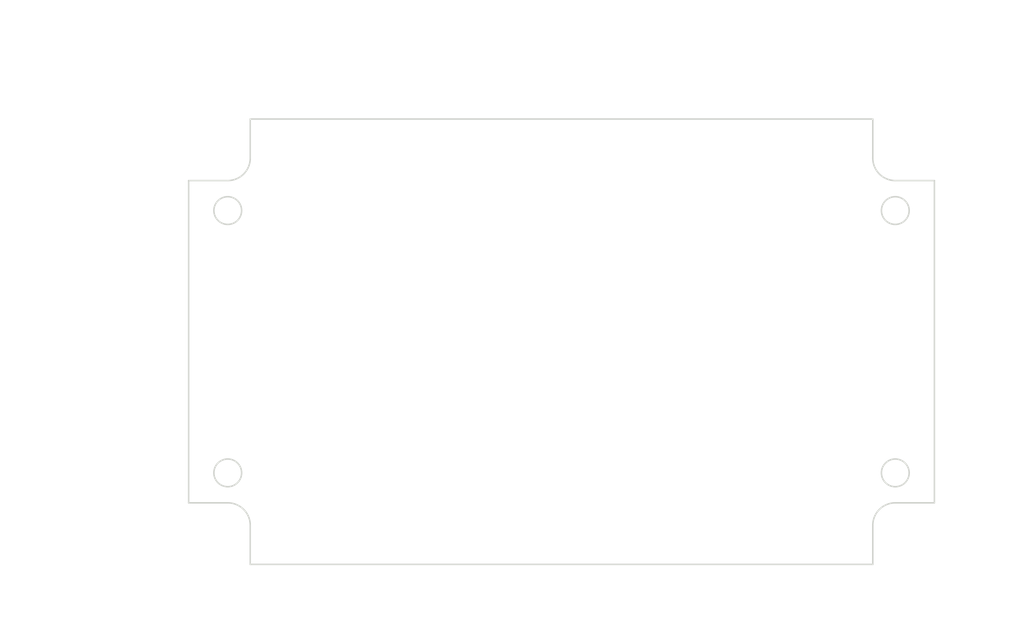
<source format=kicad_pcb>
(kicad_pcb (version 20171130) (host pcbnew "(5.1.0)-1")

  (general
    (thickness 1.6)
    (drawings 65)
    (tracks 0)
    (zones 0)
    (modules 0)
    (nets 1)
  )

  (page A4)
  (layers
    (0 F.Cu signal)
    (31 B.Cu signal)
    (32 B.Adhes user)
    (33 F.Adhes user)
    (34 B.Paste user)
    (35 F.Paste user)
    (36 B.SilkS user)
    (37 F.SilkS user)
    (38 B.Mask user)
    (39 F.Mask user)
    (40 Dwgs.User user)
    (41 Cmts.User user)
    (42 Eco1.User user)
    (43 Eco2.User user)
    (44 Edge.Cuts user)
    (45 Margin user)
    (46 B.CrtYd user)
    (47 F.CrtYd user)
    (48 B.Fab user)
    (49 F.Fab user)
  )

  (setup
    (last_trace_width 0.25)
    (trace_clearance 0.2)
    (zone_clearance 0.508)
    (zone_45_only no)
    (trace_min 0.2)
    (via_size 0.8)
    (via_drill 0.4)
    (via_min_size 0.4)
    (via_min_drill 0.3)
    (uvia_size 0.3)
    (uvia_drill 0.1)
    (uvias_allowed no)
    (uvia_min_size 0.2)
    (uvia_min_drill 0.1)
    (edge_width 0.05)
    (segment_width 0.2)
    (pcb_text_width 0.3)
    (pcb_text_size 1.5 1.5)
    (mod_edge_width 0.12)
    (mod_text_size 1 1)
    (mod_text_width 0.15)
    (pad_size 1.524 1.524)
    (pad_drill 0.762)
    (pad_to_mask_clearance 0.051)
    (solder_mask_min_width 0.25)
    (aux_axis_origin 0 0)
    (visible_elements FFFFFF7F)
    (pcbplotparams
      (layerselection 0x010fc_ffffffff)
      (usegerberextensions false)
      (usegerberattributes false)
      (usegerberadvancedattributes false)
      (creategerberjobfile false)
      (excludeedgelayer true)
      (linewidth 0.152400)
      (plotframeref false)
      (viasonmask false)
      (mode 1)
      (useauxorigin false)
      (hpglpennumber 1)
      (hpglpenspeed 20)
      (hpglpendiameter 15.000000)
      (psnegative false)
      (psa4output false)
      (plotreference true)
      (plotvalue true)
      (plotinvisibletext false)
      (padsonsilk false)
      (subtractmaskfromsilk false)
      (outputformat 1)
      (mirror false)
      (drillshape 1)
      (scaleselection 1)
      (outputdirectory ""))
  )

  (net 0 "")

  (net_class Default "This is the default net class."
    (clearance 0.2)
    (trace_width 0.25)
    (via_dia 0.8)
    (via_drill 0.4)
    (uvia_dia 0.3)
    (uvia_drill 0.1)
  )

  (gr_line (start 196.097611 76.243962) (end 196.097611 64.06142) (layer Dwgs.User) (width 0.2))
  (gr_line (start 104.882668 123.243962) (end 104.882668 80.243962) (layer Edge.Cuts) (width 0.2))
  (gr_line (start 113.097611 131.458905) (end 196.097611 131.458905) (layer Edge.Cuts) (width 0.2))
  (gr_line (start 113.097611 131.458905) (end 113.097611 126.243962) (layer Edge.Cuts) (width 0.2))
  (gr_arc (start 110.097611 126.243962) (end 113.097611 126.243962) (angle -90) (layer Edge.Cuts) (width 0.2))
  (gr_line (start 110.097611 123.243962) (end 104.882668 123.243962) (layer Edge.Cuts) (width 0.2))
  (gr_circle (center 110.097611 119.243962) (end 111.947611 119.243962) (layer Edge.Cuts) (width 0.2))
  (gr_line (start 196.097611 72.029018) (end 113.097611 72.029018) (layer Edge.Cuts) (width 0.2))
  (gr_line (start 113.097611 72.029018) (end 113.097611 77.243962) (layer Edge.Cuts) (width 0.2))
  (gr_arc (start 110.097611 77.243962) (end 110.097611 80.243962) (angle -90) (layer Edge.Cuts) (width 0.2))
  (gr_line (start 110.097611 80.243962) (end 104.882668 80.243962) (layer Edge.Cuts) (width 0.2))
  (gr_circle (center 110.097611 84.243962) (end 111.947611 84.243962) (layer Edge.Cuts) (width 0.2))
  (gr_line (start 204.312555 123.243962) (end 204.312555 80.243962) (layer Edge.Cuts) (width 0.2))
  (gr_line (start 196.097611 131.458905) (end 196.097611 126.243962) (layer Edge.Cuts) (width 0.2))
  (gr_arc (start 199.097611 126.243962) (end 199.097611 123.243962) (angle -90) (layer Edge.Cuts) (width 0.2))
  (gr_line (start 199.097611 123.243962) (end 204.312555 123.243962) (layer Edge.Cuts) (width 0.2))
  (gr_circle (center 199.097611 119.243962) (end 200.947611 119.243962) (layer Edge.Cuts) (width 0.2))
  (gr_line (start 196.097611 72.029018) (end 196.097611 77.243962) (layer Edge.Cuts) (width 0.2))
  (gr_arc (start 199.097611 77.243962) (end 196.097611 77.243962) (angle -90) (layer Edge.Cuts) (width 0.2))
  (gr_line (start 199.097611 80.243962) (end 204.312555 80.243962) (layer Edge.Cuts) (width 0.2))
  (gr_circle (center 199.097611 84.243962) (end 200.947611 84.243962) (layer Edge.Cuts) (width 0.2))
  (gr_text [R0.12] (at 211.333817 136.994373) (layer Dwgs.User)
    (effects (font (size 1.7 1.53) (thickness 0.2125)))
  )
  (gr_text " R3.00" (at 211.333817 133.436358) (layer Dwgs.User)
    (effects (font (size 1.7 1.53) (thickness 0.2125)))
  )
  (gr_line (start 204.863046 135.104912) (end 198.552236 125.405769) (layer Dwgs.User) (width 0.2))
  (gr_line (start 206.863046 135.104912) (end 204.863046 135.104912) (layer Dwgs.User) (width 0.2))
  (gr_line (start 199.097611 119.333962) (end 199.097611 119.153962) (layer Dwgs.User) (width 0.2))
  (gr_line (start 199.007611 119.243962) (end 199.187611 119.243962) (layer Dwgs.User) (width 0.2))
  (gr_text " ∅3.70\n[∅0.15]" (at 211.476375 127.229603) (layer Dwgs.User)
    (effects (font (size 1.7 1.53) (thickness 0.2125)))
  )
  (gr_line (start 204.939505 127.229603) (end 201.370756 122.351262) (layer Dwgs.User) (width 0.2))
  (gr_line (start 206.939505 127.229603) (end 204.939505 127.229603) (layer Dwgs.User) (width 0.2))
  (gr_text [1.38] (at 209.097611 103.633423) (layer Dwgs.User)
    (effects (font (size 1.7 1.53) (thickness 0.2125)))
  )
  (gr_text " 35.00" (at 209.097611 100.075408) (layer Dwgs.User)
    (effects (font (size 1.7 1.53) (thickness 0.2125)))
  )
  (gr_line (start 209.097611 117.243962) (end 209.097611 105.301977) (layer Dwgs.User) (width 0.2))
  (gr_line (start 209.097611 86.243962) (end 209.097611 98.185947) (layer Dwgs.User) (width 0.2))
  (gr_line (start 200.097611 119.243962) (end 212.272611 119.243962) (layer Dwgs.User) (width 0.2))
  (gr_line (start 200.097611 84.243962) (end 212.272611 84.243962) (layer Dwgs.User) (width 0.2))
  (gr_text [3.50] (at 154.597611 137.880529) (layer Dwgs.User)
    (effects (font (size 1.7 1.53) (thickness 0.2125)))
  )
  (gr_text " 89.00" (at 154.597611 134.323093) (layer Dwgs.User)
    (effects (font (size 1.7 1.53) (thickness 0.2125)))
  )
  (gr_line (start 197.097611 135.991067) (end 158.642223 135.991067) (layer Dwgs.User) (width 0.2))
  (gr_line (start 112.097611 135.991067) (end 150.553 135.991067) (layer Dwgs.User) (width 0.2))
  (gr_line (start 199.097611 120.243962) (end 199.097611 139.166067) (layer Dwgs.User) (width 0.2))
  (gr_line (start 110.097611 120.243962) (end 110.097611 139.166067) (layer Dwgs.User) (width 0.2))
  (gr_text [2.34] (at 83.7595 103.633423) (layer Dwgs.User)
    (effects (font (size 1.7 1.53) (thickness 0.2125)))
  )
  (gr_text " 59.43" (at 83.7595 100.075408) (layer Dwgs.User)
    (effects (font (size 1.7 1.53) (thickness 0.2125)))
  )
  (gr_line (start 83.7595 129.458905) (end 83.7595 105.301977) (layer Dwgs.User) (width 0.2))
  (gr_line (start 83.7595 74.029018) (end 83.7595 98.185947) (layer Dwgs.User) (width 0.2))
  (gr_line (start 112.097611 131.458905) (end 80.5845 131.458905) (layer Dwgs.User) (width 0.2))
  (gr_line (start 112.097611 72.029018) (end 80.5845 72.029018) (layer Dwgs.User) (width 0.2))
  (gr_text [3.91] (at 154.597611 61.312853) (layer Dwgs.User)
    (effects (font (size 1.7 1.53) (thickness 0.2125)))
  )
  (gr_text " 99.43" (at 154.597611 57.754838) (layer Dwgs.User)
    (effects (font (size 1.7 1.53) (thickness 0.2125)))
  )
  (gr_line (start 202.312555 59.423392) (end 158.645122 59.423392) (layer Dwgs.User) (width 0.2))
  (gr_line (start 106.882668 59.423392) (end 150.550101 59.423392) (layer Dwgs.User) (width 0.2))
  (gr_line (start 204.312555 79.243962) (end 204.312555 56.248392) (layer Dwgs.User) (width 0.2))
  (gr_line (start 104.882668 79.243962) (end 104.882668 56.248392) (layer Dwgs.User) (width 0.2))
  (gr_text [3.27] (at 154.597611 69.125881) (layer Dwgs.User)
    (effects (font (size 1.7 1.53) (thickness 0.2125)))
  )
  (gr_text " 83.00" (at 154.597611 65.567866) (layer Dwgs.User)
    (effects (font (size 1.7 1.53) (thickness 0.2125)))
  )
  (gr_line (start 115.097611 67.23642) (end 150.553 67.23642) (layer Dwgs.User) (width 0.2))
  (gr_line (start 194.097611 67.23642) (end 158.642223 67.23642) (layer Dwgs.User) (width 0.2))
  (gr_line (start 113.097611 71.029018) (end 113.097611 64.06142) (layer Dwgs.User) (width 0.2))
  (gr_text [1.69] (at 97.041646 103.633423) (layer Dwgs.User)
    (effects (font (size 1.7 1.53) (thickness 0.2125)))
  )
  (gr_text " 43.00" (at 97.041646 100.075408) (layer Dwgs.User)
    (effects (font (size 1.7 1.53) (thickness 0.2125)))
  )
  (gr_line (start 97.041646 82.243962) (end 97.041646 98.185947) (layer Dwgs.User) (width 0.2))
  (gr_line (start 97.041646 121.243962) (end 97.041646 105.301977) (layer Dwgs.User) (width 0.2))
  (gr_line (start 103.882668 80.243962) (end 93.866646 80.243962) (layer Dwgs.User) (width 0.2))
  (gr_line (start 103.882668 123.243962) (end 93.866646 123.243962) (layer Dwgs.User) (width 0.2))

)

</source>
